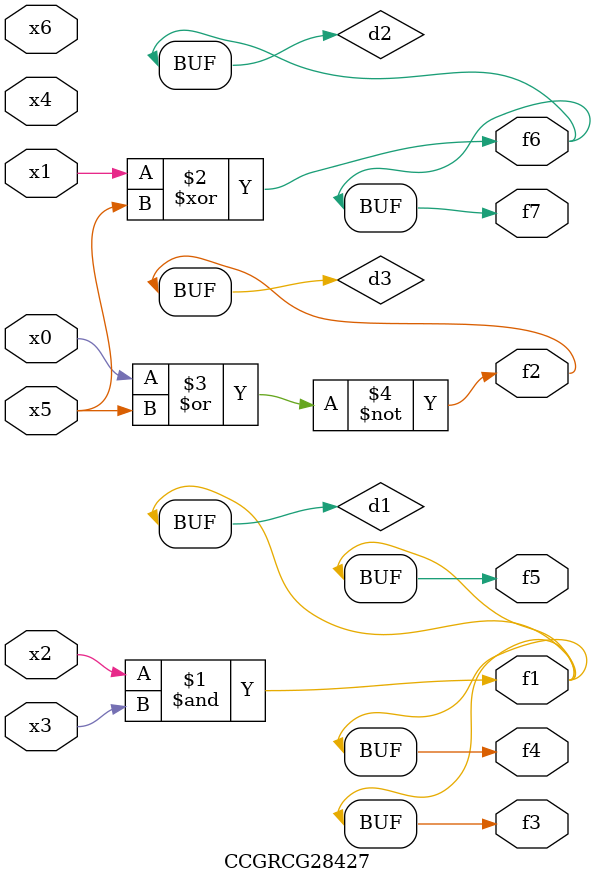
<source format=v>
module CCGRCG28427(
	input x0, x1, x2, x3, x4, x5, x6,
	output f1, f2, f3, f4, f5, f6, f7
);

	wire d1, d2, d3;

	and (d1, x2, x3);
	xor (d2, x1, x5);
	nor (d3, x0, x5);
	assign f1 = d1;
	assign f2 = d3;
	assign f3 = d1;
	assign f4 = d1;
	assign f5 = d1;
	assign f6 = d2;
	assign f7 = d2;
endmodule

</source>
